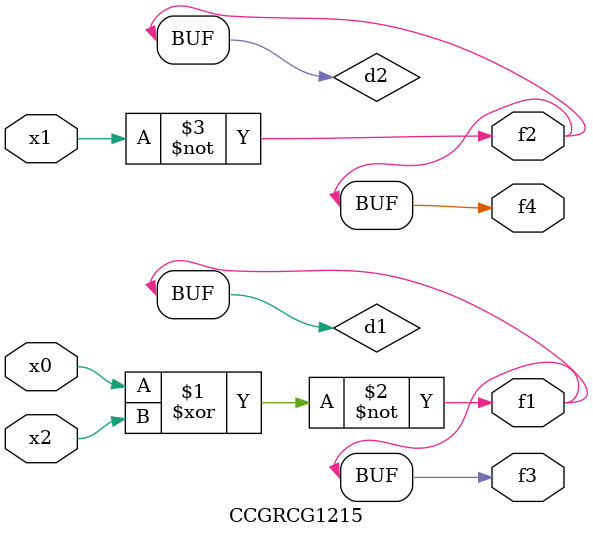
<source format=v>
module CCGRCG1215(
	input x0, x1, x2,
	output f1, f2, f3, f4
);

	wire d1, d2, d3;

	xnor (d1, x0, x2);
	nand (d2, x1);
	nor (d3, x1, x2);
	assign f1 = d1;
	assign f2 = d2;
	assign f3 = d1;
	assign f4 = d2;
endmodule

</source>
